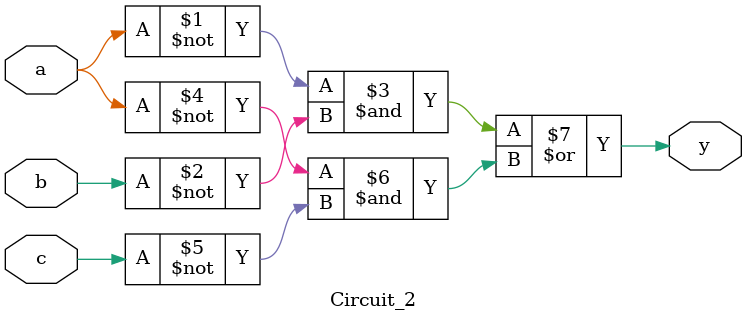
<source format=v>
`timescale 1ns / 1ps

module Circuit_2(
  a,
  b,
  c,
  y
);
  input a;
  input b;
  input c;
  output y;
  wire a;
  wire b;
  wire c;
  wire y;
  assign y =(~a & ~b) |(~a & ~c);
  endmodule
</source>
